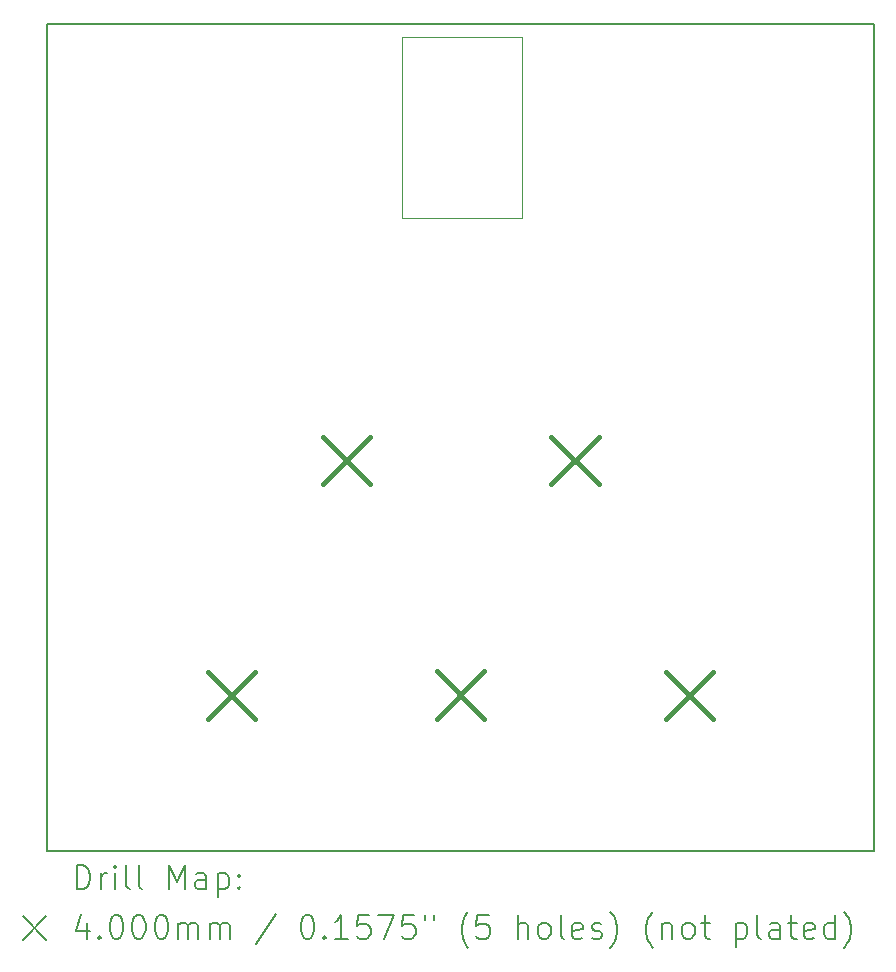
<source format=gbr>
%TF.GenerationSoftware,KiCad,Pcbnew,8.0.8*%
%TF.CreationDate,2025-02-25T17:24:45-05:00*%
%TF.ProjectId,keyboard,6b657962-6f61-4726-942e-6b696361645f,rev?*%
%TF.SameCoordinates,Original*%
%TF.FileFunction,Drillmap*%
%TF.FilePolarity,Positive*%
%FSLAX45Y45*%
G04 Gerber Fmt 4.5, Leading zero omitted, Abs format (unit mm)*
G04 Created by KiCad (PCBNEW 8.0.8) date 2025-02-25 17:24:45*
%MOMM*%
%LPD*%
G01*
G04 APERTURE LIST*
%ADD10C,0.200000*%
%ADD11C,0.120000*%
%ADD12C,0.400000*%
G04 APERTURE END LIST*
D10*
X9650000Y-8610500D02*
X16650000Y-8610500D01*
X16650000Y-15610500D01*
X9650000Y-15610500D01*
X9650000Y-8610500D01*
D11*
X12650000Y-8716500D02*
X12650000Y-10248981D01*
X12650000Y-10248981D02*
X13665901Y-10248981D01*
X13665901Y-8716500D02*
X12650000Y-8716500D01*
X13666000Y-10248981D02*
X13666000Y-8716500D01*
D10*
D12*
X11010000Y-14090500D02*
X11410000Y-14490500D01*
X11410000Y-14090500D02*
X11010000Y-14490500D01*
X11980000Y-12103000D02*
X12380000Y-12503000D01*
X12380000Y-12103000D02*
X11980000Y-12503000D01*
X12951000Y-14089500D02*
X13351000Y-14489500D01*
X13351000Y-14089500D02*
X12951000Y-14489500D01*
X13917000Y-12104500D02*
X14317000Y-12504500D01*
X14317000Y-12104500D02*
X13917000Y-12504500D01*
X14885000Y-14090500D02*
X15285000Y-14490500D01*
X15285000Y-14090500D02*
X14885000Y-14490500D01*
D10*
X9900777Y-15931984D02*
X9900777Y-15731984D01*
X9900777Y-15731984D02*
X9948396Y-15731984D01*
X9948396Y-15731984D02*
X9976967Y-15741508D01*
X9976967Y-15741508D02*
X9996015Y-15760555D01*
X9996015Y-15760555D02*
X10005539Y-15779603D01*
X10005539Y-15779603D02*
X10015063Y-15817698D01*
X10015063Y-15817698D02*
X10015063Y-15846269D01*
X10015063Y-15846269D02*
X10005539Y-15884365D01*
X10005539Y-15884365D02*
X9996015Y-15903412D01*
X9996015Y-15903412D02*
X9976967Y-15922460D01*
X9976967Y-15922460D02*
X9948396Y-15931984D01*
X9948396Y-15931984D02*
X9900777Y-15931984D01*
X10100777Y-15931984D02*
X10100777Y-15798650D01*
X10100777Y-15836746D02*
X10110301Y-15817698D01*
X10110301Y-15817698D02*
X10119824Y-15808174D01*
X10119824Y-15808174D02*
X10138872Y-15798650D01*
X10138872Y-15798650D02*
X10157920Y-15798650D01*
X10224586Y-15931984D02*
X10224586Y-15798650D01*
X10224586Y-15731984D02*
X10215063Y-15741508D01*
X10215063Y-15741508D02*
X10224586Y-15751031D01*
X10224586Y-15751031D02*
X10234110Y-15741508D01*
X10234110Y-15741508D02*
X10224586Y-15731984D01*
X10224586Y-15731984D02*
X10224586Y-15751031D01*
X10348396Y-15931984D02*
X10329348Y-15922460D01*
X10329348Y-15922460D02*
X10319824Y-15903412D01*
X10319824Y-15903412D02*
X10319824Y-15731984D01*
X10453158Y-15931984D02*
X10434110Y-15922460D01*
X10434110Y-15922460D02*
X10424586Y-15903412D01*
X10424586Y-15903412D02*
X10424586Y-15731984D01*
X10681729Y-15931984D02*
X10681729Y-15731984D01*
X10681729Y-15731984D02*
X10748396Y-15874841D01*
X10748396Y-15874841D02*
X10815063Y-15731984D01*
X10815063Y-15731984D02*
X10815063Y-15931984D01*
X10996015Y-15931984D02*
X10996015Y-15827222D01*
X10996015Y-15827222D02*
X10986491Y-15808174D01*
X10986491Y-15808174D02*
X10967444Y-15798650D01*
X10967444Y-15798650D02*
X10929348Y-15798650D01*
X10929348Y-15798650D02*
X10910301Y-15808174D01*
X10996015Y-15922460D02*
X10976967Y-15931984D01*
X10976967Y-15931984D02*
X10929348Y-15931984D01*
X10929348Y-15931984D02*
X10910301Y-15922460D01*
X10910301Y-15922460D02*
X10900777Y-15903412D01*
X10900777Y-15903412D02*
X10900777Y-15884365D01*
X10900777Y-15884365D02*
X10910301Y-15865317D01*
X10910301Y-15865317D02*
X10929348Y-15855793D01*
X10929348Y-15855793D02*
X10976967Y-15855793D01*
X10976967Y-15855793D02*
X10996015Y-15846269D01*
X11091253Y-15798650D02*
X11091253Y-15998650D01*
X11091253Y-15808174D02*
X11110301Y-15798650D01*
X11110301Y-15798650D02*
X11148396Y-15798650D01*
X11148396Y-15798650D02*
X11167444Y-15808174D01*
X11167444Y-15808174D02*
X11176967Y-15817698D01*
X11176967Y-15817698D02*
X11186491Y-15836746D01*
X11186491Y-15836746D02*
X11186491Y-15893888D01*
X11186491Y-15893888D02*
X11176967Y-15912936D01*
X11176967Y-15912936D02*
X11167444Y-15922460D01*
X11167444Y-15922460D02*
X11148396Y-15931984D01*
X11148396Y-15931984D02*
X11110301Y-15931984D01*
X11110301Y-15931984D02*
X11091253Y-15922460D01*
X11272205Y-15912936D02*
X11281729Y-15922460D01*
X11281729Y-15922460D02*
X11272205Y-15931984D01*
X11272205Y-15931984D02*
X11262682Y-15922460D01*
X11262682Y-15922460D02*
X11272205Y-15912936D01*
X11272205Y-15912936D02*
X11272205Y-15931984D01*
X11272205Y-15808174D02*
X11281729Y-15817698D01*
X11281729Y-15817698D02*
X11272205Y-15827222D01*
X11272205Y-15827222D02*
X11262682Y-15817698D01*
X11262682Y-15817698D02*
X11272205Y-15808174D01*
X11272205Y-15808174D02*
X11272205Y-15827222D01*
X9440000Y-16160500D02*
X9640000Y-16360500D01*
X9640000Y-16160500D02*
X9440000Y-16360500D01*
X9986491Y-16218650D02*
X9986491Y-16351984D01*
X9938872Y-16142460D02*
X9891253Y-16285317D01*
X9891253Y-16285317D02*
X10015063Y-16285317D01*
X10091253Y-16332936D02*
X10100777Y-16342460D01*
X10100777Y-16342460D02*
X10091253Y-16351984D01*
X10091253Y-16351984D02*
X10081729Y-16342460D01*
X10081729Y-16342460D02*
X10091253Y-16332936D01*
X10091253Y-16332936D02*
X10091253Y-16351984D01*
X10224586Y-16151984D02*
X10243634Y-16151984D01*
X10243634Y-16151984D02*
X10262682Y-16161508D01*
X10262682Y-16161508D02*
X10272205Y-16171031D01*
X10272205Y-16171031D02*
X10281729Y-16190079D01*
X10281729Y-16190079D02*
X10291253Y-16228174D01*
X10291253Y-16228174D02*
X10291253Y-16275793D01*
X10291253Y-16275793D02*
X10281729Y-16313888D01*
X10281729Y-16313888D02*
X10272205Y-16332936D01*
X10272205Y-16332936D02*
X10262682Y-16342460D01*
X10262682Y-16342460D02*
X10243634Y-16351984D01*
X10243634Y-16351984D02*
X10224586Y-16351984D01*
X10224586Y-16351984D02*
X10205539Y-16342460D01*
X10205539Y-16342460D02*
X10196015Y-16332936D01*
X10196015Y-16332936D02*
X10186491Y-16313888D01*
X10186491Y-16313888D02*
X10176967Y-16275793D01*
X10176967Y-16275793D02*
X10176967Y-16228174D01*
X10176967Y-16228174D02*
X10186491Y-16190079D01*
X10186491Y-16190079D02*
X10196015Y-16171031D01*
X10196015Y-16171031D02*
X10205539Y-16161508D01*
X10205539Y-16161508D02*
X10224586Y-16151984D01*
X10415063Y-16151984D02*
X10434110Y-16151984D01*
X10434110Y-16151984D02*
X10453158Y-16161508D01*
X10453158Y-16161508D02*
X10462682Y-16171031D01*
X10462682Y-16171031D02*
X10472205Y-16190079D01*
X10472205Y-16190079D02*
X10481729Y-16228174D01*
X10481729Y-16228174D02*
X10481729Y-16275793D01*
X10481729Y-16275793D02*
X10472205Y-16313888D01*
X10472205Y-16313888D02*
X10462682Y-16332936D01*
X10462682Y-16332936D02*
X10453158Y-16342460D01*
X10453158Y-16342460D02*
X10434110Y-16351984D01*
X10434110Y-16351984D02*
X10415063Y-16351984D01*
X10415063Y-16351984D02*
X10396015Y-16342460D01*
X10396015Y-16342460D02*
X10386491Y-16332936D01*
X10386491Y-16332936D02*
X10376967Y-16313888D01*
X10376967Y-16313888D02*
X10367444Y-16275793D01*
X10367444Y-16275793D02*
X10367444Y-16228174D01*
X10367444Y-16228174D02*
X10376967Y-16190079D01*
X10376967Y-16190079D02*
X10386491Y-16171031D01*
X10386491Y-16171031D02*
X10396015Y-16161508D01*
X10396015Y-16161508D02*
X10415063Y-16151984D01*
X10605539Y-16151984D02*
X10624586Y-16151984D01*
X10624586Y-16151984D02*
X10643634Y-16161508D01*
X10643634Y-16161508D02*
X10653158Y-16171031D01*
X10653158Y-16171031D02*
X10662682Y-16190079D01*
X10662682Y-16190079D02*
X10672205Y-16228174D01*
X10672205Y-16228174D02*
X10672205Y-16275793D01*
X10672205Y-16275793D02*
X10662682Y-16313888D01*
X10662682Y-16313888D02*
X10653158Y-16332936D01*
X10653158Y-16332936D02*
X10643634Y-16342460D01*
X10643634Y-16342460D02*
X10624586Y-16351984D01*
X10624586Y-16351984D02*
X10605539Y-16351984D01*
X10605539Y-16351984D02*
X10586491Y-16342460D01*
X10586491Y-16342460D02*
X10576967Y-16332936D01*
X10576967Y-16332936D02*
X10567444Y-16313888D01*
X10567444Y-16313888D02*
X10557920Y-16275793D01*
X10557920Y-16275793D02*
X10557920Y-16228174D01*
X10557920Y-16228174D02*
X10567444Y-16190079D01*
X10567444Y-16190079D02*
X10576967Y-16171031D01*
X10576967Y-16171031D02*
X10586491Y-16161508D01*
X10586491Y-16161508D02*
X10605539Y-16151984D01*
X10757920Y-16351984D02*
X10757920Y-16218650D01*
X10757920Y-16237698D02*
X10767444Y-16228174D01*
X10767444Y-16228174D02*
X10786491Y-16218650D01*
X10786491Y-16218650D02*
X10815063Y-16218650D01*
X10815063Y-16218650D02*
X10834110Y-16228174D01*
X10834110Y-16228174D02*
X10843634Y-16247222D01*
X10843634Y-16247222D02*
X10843634Y-16351984D01*
X10843634Y-16247222D02*
X10853158Y-16228174D01*
X10853158Y-16228174D02*
X10872205Y-16218650D01*
X10872205Y-16218650D02*
X10900777Y-16218650D01*
X10900777Y-16218650D02*
X10919825Y-16228174D01*
X10919825Y-16228174D02*
X10929348Y-16247222D01*
X10929348Y-16247222D02*
X10929348Y-16351984D01*
X11024586Y-16351984D02*
X11024586Y-16218650D01*
X11024586Y-16237698D02*
X11034110Y-16228174D01*
X11034110Y-16228174D02*
X11053158Y-16218650D01*
X11053158Y-16218650D02*
X11081729Y-16218650D01*
X11081729Y-16218650D02*
X11100777Y-16228174D01*
X11100777Y-16228174D02*
X11110301Y-16247222D01*
X11110301Y-16247222D02*
X11110301Y-16351984D01*
X11110301Y-16247222D02*
X11119825Y-16228174D01*
X11119825Y-16228174D02*
X11138872Y-16218650D01*
X11138872Y-16218650D02*
X11167444Y-16218650D01*
X11167444Y-16218650D02*
X11186491Y-16228174D01*
X11186491Y-16228174D02*
X11196015Y-16247222D01*
X11196015Y-16247222D02*
X11196015Y-16351984D01*
X11586491Y-16142460D02*
X11415063Y-16399603D01*
X11843634Y-16151984D02*
X11862682Y-16151984D01*
X11862682Y-16151984D02*
X11881729Y-16161508D01*
X11881729Y-16161508D02*
X11891253Y-16171031D01*
X11891253Y-16171031D02*
X11900777Y-16190079D01*
X11900777Y-16190079D02*
X11910301Y-16228174D01*
X11910301Y-16228174D02*
X11910301Y-16275793D01*
X11910301Y-16275793D02*
X11900777Y-16313888D01*
X11900777Y-16313888D02*
X11891253Y-16332936D01*
X11891253Y-16332936D02*
X11881729Y-16342460D01*
X11881729Y-16342460D02*
X11862682Y-16351984D01*
X11862682Y-16351984D02*
X11843634Y-16351984D01*
X11843634Y-16351984D02*
X11824586Y-16342460D01*
X11824586Y-16342460D02*
X11815063Y-16332936D01*
X11815063Y-16332936D02*
X11805539Y-16313888D01*
X11805539Y-16313888D02*
X11796015Y-16275793D01*
X11796015Y-16275793D02*
X11796015Y-16228174D01*
X11796015Y-16228174D02*
X11805539Y-16190079D01*
X11805539Y-16190079D02*
X11815063Y-16171031D01*
X11815063Y-16171031D02*
X11824586Y-16161508D01*
X11824586Y-16161508D02*
X11843634Y-16151984D01*
X11996015Y-16332936D02*
X12005539Y-16342460D01*
X12005539Y-16342460D02*
X11996015Y-16351984D01*
X11996015Y-16351984D02*
X11986491Y-16342460D01*
X11986491Y-16342460D02*
X11996015Y-16332936D01*
X11996015Y-16332936D02*
X11996015Y-16351984D01*
X12196015Y-16351984D02*
X12081729Y-16351984D01*
X12138872Y-16351984D02*
X12138872Y-16151984D01*
X12138872Y-16151984D02*
X12119825Y-16180555D01*
X12119825Y-16180555D02*
X12100777Y-16199603D01*
X12100777Y-16199603D02*
X12081729Y-16209127D01*
X12376967Y-16151984D02*
X12281729Y-16151984D01*
X12281729Y-16151984D02*
X12272206Y-16247222D01*
X12272206Y-16247222D02*
X12281729Y-16237698D01*
X12281729Y-16237698D02*
X12300777Y-16228174D01*
X12300777Y-16228174D02*
X12348396Y-16228174D01*
X12348396Y-16228174D02*
X12367444Y-16237698D01*
X12367444Y-16237698D02*
X12376967Y-16247222D01*
X12376967Y-16247222D02*
X12386491Y-16266269D01*
X12386491Y-16266269D02*
X12386491Y-16313888D01*
X12386491Y-16313888D02*
X12376967Y-16332936D01*
X12376967Y-16332936D02*
X12367444Y-16342460D01*
X12367444Y-16342460D02*
X12348396Y-16351984D01*
X12348396Y-16351984D02*
X12300777Y-16351984D01*
X12300777Y-16351984D02*
X12281729Y-16342460D01*
X12281729Y-16342460D02*
X12272206Y-16332936D01*
X12453158Y-16151984D02*
X12586491Y-16151984D01*
X12586491Y-16151984D02*
X12500777Y-16351984D01*
X12757920Y-16151984D02*
X12662682Y-16151984D01*
X12662682Y-16151984D02*
X12653158Y-16247222D01*
X12653158Y-16247222D02*
X12662682Y-16237698D01*
X12662682Y-16237698D02*
X12681729Y-16228174D01*
X12681729Y-16228174D02*
X12729348Y-16228174D01*
X12729348Y-16228174D02*
X12748396Y-16237698D01*
X12748396Y-16237698D02*
X12757920Y-16247222D01*
X12757920Y-16247222D02*
X12767444Y-16266269D01*
X12767444Y-16266269D02*
X12767444Y-16313888D01*
X12767444Y-16313888D02*
X12757920Y-16332936D01*
X12757920Y-16332936D02*
X12748396Y-16342460D01*
X12748396Y-16342460D02*
X12729348Y-16351984D01*
X12729348Y-16351984D02*
X12681729Y-16351984D01*
X12681729Y-16351984D02*
X12662682Y-16342460D01*
X12662682Y-16342460D02*
X12653158Y-16332936D01*
X12843634Y-16151984D02*
X12843634Y-16190079D01*
X12919825Y-16151984D02*
X12919825Y-16190079D01*
X13215063Y-16428174D02*
X13205539Y-16418650D01*
X13205539Y-16418650D02*
X13186491Y-16390079D01*
X13186491Y-16390079D02*
X13176968Y-16371031D01*
X13176968Y-16371031D02*
X13167444Y-16342460D01*
X13167444Y-16342460D02*
X13157920Y-16294841D01*
X13157920Y-16294841D02*
X13157920Y-16256746D01*
X13157920Y-16256746D02*
X13167444Y-16209127D01*
X13167444Y-16209127D02*
X13176968Y-16180555D01*
X13176968Y-16180555D02*
X13186491Y-16161508D01*
X13186491Y-16161508D02*
X13205539Y-16132936D01*
X13205539Y-16132936D02*
X13215063Y-16123412D01*
X13386491Y-16151984D02*
X13291253Y-16151984D01*
X13291253Y-16151984D02*
X13281729Y-16247222D01*
X13281729Y-16247222D02*
X13291253Y-16237698D01*
X13291253Y-16237698D02*
X13310301Y-16228174D01*
X13310301Y-16228174D02*
X13357920Y-16228174D01*
X13357920Y-16228174D02*
X13376968Y-16237698D01*
X13376968Y-16237698D02*
X13386491Y-16247222D01*
X13386491Y-16247222D02*
X13396015Y-16266269D01*
X13396015Y-16266269D02*
X13396015Y-16313888D01*
X13396015Y-16313888D02*
X13386491Y-16332936D01*
X13386491Y-16332936D02*
X13376968Y-16342460D01*
X13376968Y-16342460D02*
X13357920Y-16351984D01*
X13357920Y-16351984D02*
X13310301Y-16351984D01*
X13310301Y-16351984D02*
X13291253Y-16342460D01*
X13291253Y-16342460D02*
X13281729Y-16332936D01*
X13634110Y-16351984D02*
X13634110Y-16151984D01*
X13719825Y-16351984D02*
X13719825Y-16247222D01*
X13719825Y-16247222D02*
X13710301Y-16228174D01*
X13710301Y-16228174D02*
X13691253Y-16218650D01*
X13691253Y-16218650D02*
X13662682Y-16218650D01*
X13662682Y-16218650D02*
X13643634Y-16228174D01*
X13643634Y-16228174D02*
X13634110Y-16237698D01*
X13843634Y-16351984D02*
X13824587Y-16342460D01*
X13824587Y-16342460D02*
X13815063Y-16332936D01*
X13815063Y-16332936D02*
X13805539Y-16313888D01*
X13805539Y-16313888D02*
X13805539Y-16256746D01*
X13805539Y-16256746D02*
X13815063Y-16237698D01*
X13815063Y-16237698D02*
X13824587Y-16228174D01*
X13824587Y-16228174D02*
X13843634Y-16218650D01*
X13843634Y-16218650D02*
X13872206Y-16218650D01*
X13872206Y-16218650D02*
X13891253Y-16228174D01*
X13891253Y-16228174D02*
X13900777Y-16237698D01*
X13900777Y-16237698D02*
X13910301Y-16256746D01*
X13910301Y-16256746D02*
X13910301Y-16313888D01*
X13910301Y-16313888D02*
X13900777Y-16332936D01*
X13900777Y-16332936D02*
X13891253Y-16342460D01*
X13891253Y-16342460D02*
X13872206Y-16351984D01*
X13872206Y-16351984D02*
X13843634Y-16351984D01*
X14024587Y-16351984D02*
X14005539Y-16342460D01*
X14005539Y-16342460D02*
X13996015Y-16323412D01*
X13996015Y-16323412D02*
X13996015Y-16151984D01*
X14176968Y-16342460D02*
X14157920Y-16351984D01*
X14157920Y-16351984D02*
X14119825Y-16351984D01*
X14119825Y-16351984D02*
X14100777Y-16342460D01*
X14100777Y-16342460D02*
X14091253Y-16323412D01*
X14091253Y-16323412D02*
X14091253Y-16247222D01*
X14091253Y-16247222D02*
X14100777Y-16228174D01*
X14100777Y-16228174D02*
X14119825Y-16218650D01*
X14119825Y-16218650D02*
X14157920Y-16218650D01*
X14157920Y-16218650D02*
X14176968Y-16228174D01*
X14176968Y-16228174D02*
X14186491Y-16247222D01*
X14186491Y-16247222D02*
X14186491Y-16266269D01*
X14186491Y-16266269D02*
X14091253Y-16285317D01*
X14262682Y-16342460D02*
X14281730Y-16351984D01*
X14281730Y-16351984D02*
X14319825Y-16351984D01*
X14319825Y-16351984D02*
X14338872Y-16342460D01*
X14338872Y-16342460D02*
X14348396Y-16323412D01*
X14348396Y-16323412D02*
X14348396Y-16313888D01*
X14348396Y-16313888D02*
X14338872Y-16294841D01*
X14338872Y-16294841D02*
X14319825Y-16285317D01*
X14319825Y-16285317D02*
X14291253Y-16285317D01*
X14291253Y-16285317D02*
X14272206Y-16275793D01*
X14272206Y-16275793D02*
X14262682Y-16256746D01*
X14262682Y-16256746D02*
X14262682Y-16247222D01*
X14262682Y-16247222D02*
X14272206Y-16228174D01*
X14272206Y-16228174D02*
X14291253Y-16218650D01*
X14291253Y-16218650D02*
X14319825Y-16218650D01*
X14319825Y-16218650D02*
X14338872Y-16228174D01*
X14415063Y-16428174D02*
X14424587Y-16418650D01*
X14424587Y-16418650D02*
X14443634Y-16390079D01*
X14443634Y-16390079D02*
X14453158Y-16371031D01*
X14453158Y-16371031D02*
X14462682Y-16342460D01*
X14462682Y-16342460D02*
X14472206Y-16294841D01*
X14472206Y-16294841D02*
X14472206Y-16256746D01*
X14472206Y-16256746D02*
X14462682Y-16209127D01*
X14462682Y-16209127D02*
X14453158Y-16180555D01*
X14453158Y-16180555D02*
X14443634Y-16161508D01*
X14443634Y-16161508D02*
X14424587Y-16132936D01*
X14424587Y-16132936D02*
X14415063Y-16123412D01*
X14776968Y-16428174D02*
X14767444Y-16418650D01*
X14767444Y-16418650D02*
X14748396Y-16390079D01*
X14748396Y-16390079D02*
X14738872Y-16371031D01*
X14738872Y-16371031D02*
X14729349Y-16342460D01*
X14729349Y-16342460D02*
X14719825Y-16294841D01*
X14719825Y-16294841D02*
X14719825Y-16256746D01*
X14719825Y-16256746D02*
X14729349Y-16209127D01*
X14729349Y-16209127D02*
X14738872Y-16180555D01*
X14738872Y-16180555D02*
X14748396Y-16161508D01*
X14748396Y-16161508D02*
X14767444Y-16132936D01*
X14767444Y-16132936D02*
X14776968Y-16123412D01*
X14853158Y-16218650D02*
X14853158Y-16351984D01*
X14853158Y-16237698D02*
X14862682Y-16228174D01*
X14862682Y-16228174D02*
X14881730Y-16218650D01*
X14881730Y-16218650D02*
X14910301Y-16218650D01*
X14910301Y-16218650D02*
X14929349Y-16228174D01*
X14929349Y-16228174D02*
X14938872Y-16247222D01*
X14938872Y-16247222D02*
X14938872Y-16351984D01*
X15062682Y-16351984D02*
X15043634Y-16342460D01*
X15043634Y-16342460D02*
X15034111Y-16332936D01*
X15034111Y-16332936D02*
X15024587Y-16313888D01*
X15024587Y-16313888D02*
X15024587Y-16256746D01*
X15024587Y-16256746D02*
X15034111Y-16237698D01*
X15034111Y-16237698D02*
X15043634Y-16228174D01*
X15043634Y-16228174D02*
X15062682Y-16218650D01*
X15062682Y-16218650D02*
X15091253Y-16218650D01*
X15091253Y-16218650D02*
X15110301Y-16228174D01*
X15110301Y-16228174D02*
X15119825Y-16237698D01*
X15119825Y-16237698D02*
X15129349Y-16256746D01*
X15129349Y-16256746D02*
X15129349Y-16313888D01*
X15129349Y-16313888D02*
X15119825Y-16332936D01*
X15119825Y-16332936D02*
X15110301Y-16342460D01*
X15110301Y-16342460D02*
X15091253Y-16351984D01*
X15091253Y-16351984D02*
X15062682Y-16351984D01*
X15186492Y-16218650D02*
X15262682Y-16218650D01*
X15215063Y-16151984D02*
X15215063Y-16323412D01*
X15215063Y-16323412D02*
X15224587Y-16342460D01*
X15224587Y-16342460D02*
X15243634Y-16351984D01*
X15243634Y-16351984D02*
X15262682Y-16351984D01*
X15481730Y-16218650D02*
X15481730Y-16418650D01*
X15481730Y-16228174D02*
X15500777Y-16218650D01*
X15500777Y-16218650D02*
X15538873Y-16218650D01*
X15538873Y-16218650D02*
X15557920Y-16228174D01*
X15557920Y-16228174D02*
X15567444Y-16237698D01*
X15567444Y-16237698D02*
X15576968Y-16256746D01*
X15576968Y-16256746D02*
X15576968Y-16313888D01*
X15576968Y-16313888D02*
X15567444Y-16332936D01*
X15567444Y-16332936D02*
X15557920Y-16342460D01*
X15557920Y-16342460D02*
X15538873Y-16351984D01*
X15538873Y-16351984D02*
X15500777Y-16351984D01*
X15500777Y-16351984D02*
X15481730Y-16342460D01*
X15691253Y-16351984D02*
X15672206Y-16342460D01*
X15672206Y-16342460D02*
X15662682Y-16323412D01*
X15662682Y-16323412D02*
X15662682Y-16151984D01*
X15853158Y-16351984D02*
X15853158Y-16247222D01*
X15853158Y-16247222D02*
X15843634Y-16228174D01*
X15843634Y-16228174D02*
X15824587Y-16218650D01*
X15824587Y-16218650D02*
X15786492Y-16218650D01*
X15786492Y-16218650D02*
X15767444Y-16228174D01*
X15853158Y-16342460D02*
X15834111Y-16351984D01*
X15834111Y-16351984D02*
X15786492Y-16351984D01*
X15786492Y-16351984D02*
X15767444Y-16342460D01*
X15767444Y-16342460D02*
X15757920Y-16323412D01*
X15757920Y-16323412D02*
X15757920Y-16304365D01*
X15757920Y-16304365D02*
X15767444Y-16285317D01*
X15767444Y-16285317D02*
X15786492Y-16275793D01*
X15786492Y-16275793D02*
X15834111Y-16275793D01*
X15834111Y-16275793D02*
X15853158Y-16266269D01*
X15919825Y-16218650D02*
X15996015Y-16218650D01*
X15948396Y-16151984D02*
X15948396Y-16323412D01*
X15948396Y-16323412D02*
X15957920Y-16342460D01*
X15957920Y-16342460D02*
X15976968Y-16351984D01*
X15976968Y-16351984D02*
X15996015Y-16351984D01*
X16138873Y-16342460D02*
X16119825Y-16351984D01*
X16119825Y-16351984D02*
X16081730Y-16351984D01*
X16081730Y-16351984D02*
X16062682Y-16342460D01*
X16062682Y-16342460D02*
X16053158Y-16323412D01*
X16053158Y-16323412D02*
X16053158Y-16247222D01*
X16053158Y-16247222D02*
X16062682Y-16228174D01*
X16062682Y-16228174D02*
X16081730Y-16218650D01*
X16081730Y-16218650D02*
X16119825Y-16218650D01*
X16119825Y-16218650D02*
X16138873Y-16228174D01*
X16138873Y-16228174D02*
X16148396Y-16247222D01*
X16148396Y-16247222D02*
X16148396Y-16266269D01*
X16148396Y-16266269D02*
X16053158Y-16285317D01*
X16319825Y-16351984D02*
X16319825Y-16151984D01*
X16319825Y-16342460D02*
X16300777Y-16351984D01*
X16300777Y-16351984D02*
X16262682Y-16351984D01*
X16262682Y-16351984D02*
X16243634Y-16342460D01*
X16243634Y-16342460D02*
X16234111Y-16332936D01*
X16234111Y-16332936D02*
X16224587Y-16313888D01*
X16224587Y-16313888D02*
X16224587Y-16256746D01*
X16224587Y-16256746D02*
X16234111Y-16237698D01*
X16234111Y-16237698D02*
X16243634Y-16228174D01*
X16243634Y-16228174D02*
X16262682Y-16218650D01*
X16262682Y-16218650D02*
X16300777Y-16218650D01*
X16300777Y-16218650D02*
X16319825Y-16228174D01*
X16396015Y-16428174D02*
X16405539Y-16418650D01*
X16405539Y-16418650D02*
X16424587Y-16390079D01*
X16424587Y-16390079D02*
X16434111Y-16371031D01*
X16434111Y-16371031D02*
X16443634Y-16342460D01*
X16443634Y-16342460D02*
X16453158Y-16294841D01*
X16453158Y-16294841D02*
X16453158Y-16256746D01*
X16453158Y-16256746D02*
X16443634Y-16209127D01*
X16443634Y-16209127D02*
X16434111Y-16180555D01*
X16434111Y-16180555D02*
X16424587Y-16161508D01*
X16424587Y-16161508D02*
X16405539Y-16132936D01*
X16405539Y-16132936D02*
X16396015Y-16123412D01*
M02*

</source>
